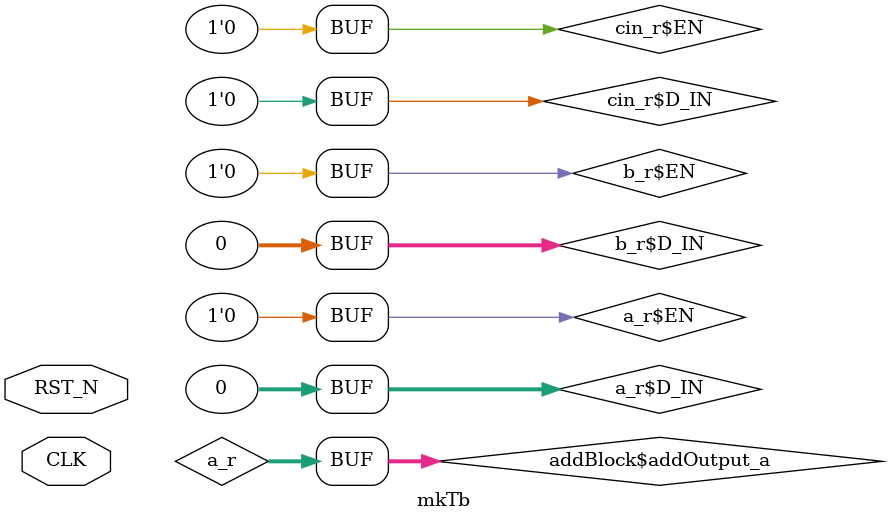
<source format=v>

`ifdef BSV_ASSIGNMENT_DELAY
`else
  `define BSV_ASSIGNMENT_DELAY
`endif

`ifdef BSV_POSITIVE_RESET
  `define BSV_RESET_VALUE 1'b1
  `define BSV_RESET_EDGE posedge
`else
  `define BSV_RESET_VALUE 1'b0
  `define BSV_RESET_EDGE negedge
`endif

module mkTb(CLK,
	    RST_N);
  input  CLK;
  input  RST_N;

  // register a_r
  reg [31 : 0] a_r;
  wire [31 : 0] a_r$D_IN;
  wire a_r$EN;

  // register b_r
  reg [31 : 0] b_r;
  wire [31 : 0] b_r$D_IN;
  wire b_r$EN;

  // register cin_r
  reg cin_r;
  wire cin_r$D_IN, cin_r$EN;

  // ports of submodule addBlock
  wire [32 : 0] addBlock$addOutput;
  wire [31 : 0] addBlock$addOutput_a, addBlock$addOutput_b;
  wire addBlock$addOutput_cin;

  // submodule addBlock
  mkAdder addBlock(.CLK(CLK),
		   .RST_N(RST_N),
		   .addOutput_a(addBlock$addOutput_a),
		   .addOutput_b(addBlock$addOutput_b),
		   .addOutput_cin(addBlock$addOutput_cin),
		   .addOutput(addBlock$addOutput),
		   .RDY_addOutput());

  // register a_r
  assign a_r$D_IN = 32'h0 ;
  assign a_r$EN = 1'b0 ;

  // register b_r
  assign b_r$D_IN = 32'h0 ;
  assign b_r$EN = 1'b0 ;

  // register cin_r
  assign cin_r$D_IN = 1'b0 ;
  assign cin_r$EN = 1'b0 ;

  // submodule addBlock
  assign addBlock$addOutput_a = a_r ;
  assign addBlock$addOutput_b = b_r ;
  assign addBlock$addOutput_cin = cin_r ;

  // handling of inlined registers

  always@(posedge CLK)
  begin
    if (RST_N == `BSV_RESET_VALUE)
      begin
        a_r <= `BSV_ASSIGNMENT_DELAY 32'h8000000A;
	b_r <= `BSV_ASSIGNMENT_DELAY 32'h8000000A;
	cin_r <= `BSV_ASSIGNMENT_DELAY 1'd1;
      end
    else
      begin
        if (a_r$EN) a_r <= `BSV_ASSIGNMENT_DELAY a_r$D_IN;
	if (b_r$EN) b_r <= `BSV_ASSIGNMENT_DELAY b_r$D_IN;
	if (cin_r$EN) cin_r <= `BSV_ASSIGNMENT_DELAY cin_r$D_IN;
      end
  end

  // synopsys translate_off
  `ifdef BSV_NO_INITIAL_BLOCKS
  `else // not BSV_NO_INITIAL_BLOCKS
  initial
  begin
    a_r = 32'hAAAAAAAA;
    b_r = 32'hAAAAAAAA;
    cin_r = 1'h0;
  end
  `endif // BSV_NO_INITIAL_BLOCKS
  // synopsys translate_on

  // handling of system tasks

  // synopsys translate_off
  always@(negedge CLK)
  begin
    #0;
    if (RST_N != `BSV_RESET_VALUE)
      $display("Addtion of %h + %h + %h -> %b %h",
	       a_r,
	       b_r,
	       cin_r,
	       addBlock$addOutput[0],
	       addBlock$addOutput[32:1]);
    if (RST_N != `BSV_RESET_VALUE) $finish(32'd0);
  end
  // synopsys translate_on
endmodule  // mkTb


</source>
